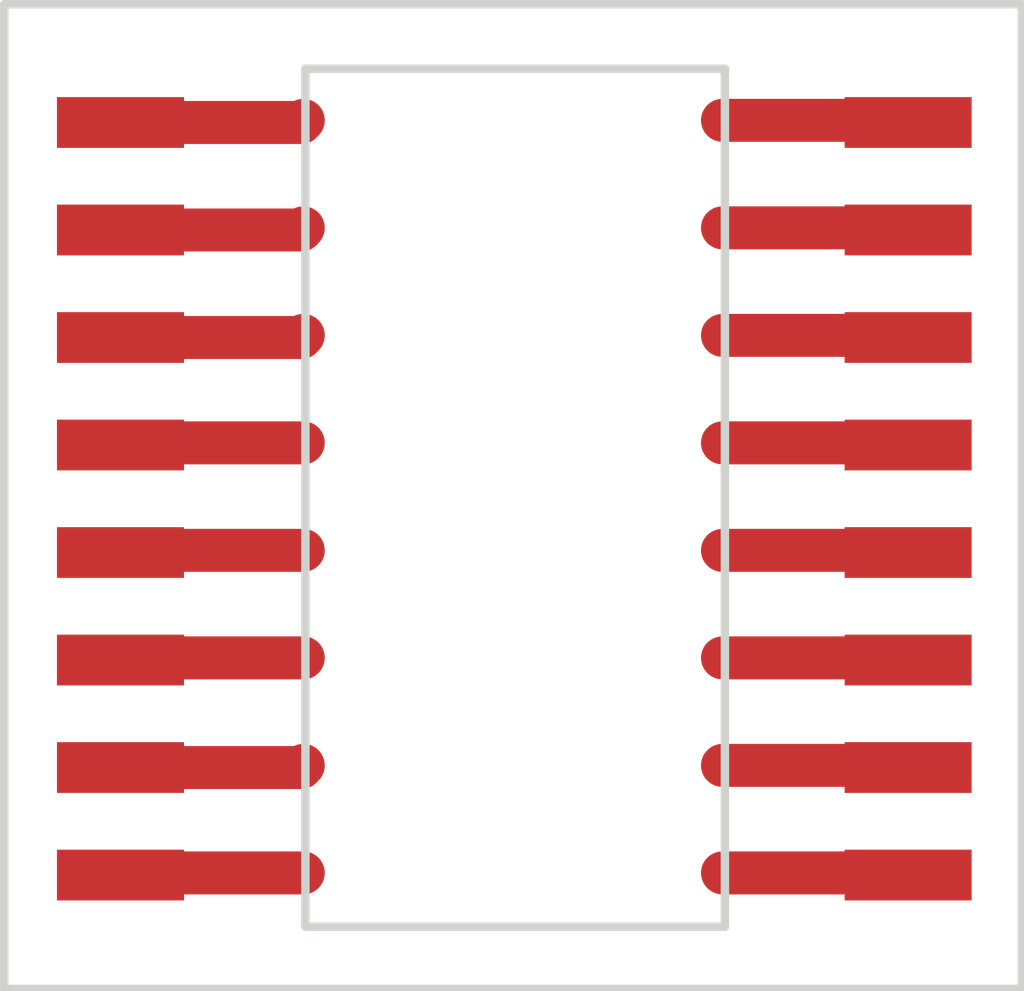
<source format=kicad_pcb>
(kicad_pcb (version 20221018) (generator pcbnew)
  (layers (0 "F.Cu" signal) (31 "B.Cu" signal) (34 "B.Paste" user) (35 "F.Paste" user) (36 "B.SilkS" user "B.Silkscreen") (37 "F.SilkS" user "F.Silkscreen") (38 "B.Mask" user) (39 "F.Mask" user) (44 "Edge.Cuts" user))
  (net 0 "")
  (net 1 "Net-(U1-32KHZ)")
  (net 2 "Net-(U1-VCC)")
  (net 3 "Net-(U1-~{INT}{slash}SQW)")
  (net 4 "Net-(U1-~{RST})")
  (net 5 "Net-(U1-GND)")
  (net 6 "Net-(U1-VBAT)")
  (net 7 "Net-(U1-SDA)")
  (net 8 "Net-(U1-SCL)")
  (footprint "Package_SO:SOIC-16W-12_7.5x10.3mm_P1.27mm" (layer "F.Cu") (at 130.4826 95.25)
    (fp_text reference "U2" hide)
    (fp_text value "DS3232M" hide)
    (pad "1" smd rect (at -4.65 -4.445) (size 1.5 0.6) (layers "F.Cu" "F.Paste" "F.Mask") (net 1 "Net-(U1-32KHZ)"))
    (pad "2" smd rect (at -4.65 -3.175) (size 1.5 0.6) (layers "F.Cu" "F.Paste" "F.Mask") (net 2 "Net-(U1-VCC)"))
    (pad "3" smd rect (at -4.65 -1.905) (size 1.5 0.6) (layers "F.Cu" "F.Paste" "F.Mask") (net 3 "Net-(U1-~{INT}{slash}SQW)"))
    (pad "4" smd rect (at -4.65 -0.635) (size 1.5 0.6) (layers "F.Cu" "F.Paste" "F.Mask"))
    (pad "5" smd rect (at -4.65 0.635) (size 1.5 0.6) (layers "F.Cu" "F.Paste" "F.Mask"))
    (pad "6" smd rect (at -4.65 1.905) (size 1.5 0.6) (layers "F.Cu" "F.Paste" "F.Mask") (net 6 "Net-(U1-VBAT)"))
    (pad "7" smd rect (at -4.65 3.175) (size 1.5 0.6) (layers "F.Cu" "F.Paste" "F.Mask") (net 7 "Net-(U1-SDA)"))
    (pad "8" smd rect (at -4.65 4.445) (size 1.5 0.6) (layers "F.Cu" "F.Paste" "F.Mask") (net 8 "Net-(U1-SCL)"))
    (pad "9" smd rect (at 4.65 4.445) (size 1.5 0.6) (layers "F.Cu" "F.Paste" "F.Mask"))
    (pad "10" smd rect (at 4.65 3.175) (size 1.5 0.6) (layers "F.Cu" "F.Paste" "F.Mask"))
    (pad "11" smd rect (at 4.65 1.905) (size 1.5 0.6) (layers "F.Cu" "F.Paste" "F.Mask"))
    (pad "12" smd rect (at 4.65 0.635) (size 1.5 0.6) (layers "F.Cu" "F.Paste" "F.Mask"))
    (pad "13" smd rect (at 4.65 -0.635) (size 1.5 0.6) (layers "F.Cu" "F.Paste" "F.Mask"))
    (pad "14" smd rect (at 4.65 -1.905) (size 1.5 0.6) (layers "F.Cu" "F.Paste" "F.Mask"))
    (pad "15" smd rect (at 4.65 -3.175) (size 1.5 0.6) (layers "F.Cu" "F.Paste" "F.Mask"))
    (pad "16" smd rect (at 4.65 -4.445) (size 1.5 0.6) (layers "F.Cu" "F.Paste" "F.Mask"))
  )
  (gr_line (start 124.46 89.408) (end 136.4742 89.408) (stroke (width 0.1)) (layer "Edge.Cuts"))
  (gr_line (start 128.016 90.17) (end 132.969 90.17) (stroke (width 0.1)) (layer "Edge.Cuts"))
  (gr_line (start 128.016 100.3046) (end 132.969 100.3046) (stroke (width 0.1)) (layer "Edge.Cuts"))
  (gr_line (start 124.46 89.408) (end 124.46 101.0412) (stroke (width 0.1)) (layer "Edge.Cuts"))
  (gr_line (start 132.969 100.3046) (end 132.969 90.17) (stroke (width 0.1)) (layer "Edge.Cuts"))
  (gr_line (start 136.4742 101.0412) (end 124.46 101.0412) (stroke (width 0.1)) (layer "Edge.Cuts"))
  (gr_line (start 128.016 100.3046) (end 128.016 90.17) (stroke (width 0.1)) (layer "Edge.Cuts"))
  (gr_line (start 136.4742 89.408) (end 136.4742 101.0412) (stroke (width 0.1)) (layer "Edge.Cuts"))
  (segment (start 132.9406 98.3996) (end 135.1072 98.3996) (width 0.508) (layer "F.Cu") (net 0))
  (segment (start 132.9406 99.6696) (end 135.1072 99.6696) (width 0.508) (layer "F.Cu") (net 0))
  (segment (start 132.9406 95.8596) (end 135.1072 95.8596) (width 0.508) (layer "F.Cu") (net 0))
  (segment (start 132.9406 93.3196) (end 135.1072 93.3196) (width 0.508) (layer "F.Cu") (net 0))
  (segment (start 135.1072 93.3196) (end 135.1326 93.345) (width 0.508) (layer "F.Cu") (net 0))
  (segment (start 135.1072 90.7796) (end 135.1326 90.805) (width 0.508) (layer "F.Cu") (net 0))
  (segment (start 132.9406 92.0496) (end 135.1072 92.0496) (width 0.508) (layer "F.Cu") (net 0))
  (segment (start 132.9406 97.1296) (end 135.1072 97.1296) (width 0.508) (layer "F.Cu") (net 0))
  (segment (start 132.9406 94.5896) (end 135.1072 94.5896) (width 0.508) (layer "F.Cu") (net 0))
  (segment (start 135.1072 99.6696) (end 135.1326 99.695) (width 0.508) (layer "F.Cu") (net 0))
  (segment (start 135.1072 95.8596) (end 135.1326 95.885) (width 0.508) (layer "F.Cu") (net 0))
  (segment (start 135.1072 97.1296) (end 135.1326 97.155) (width 0.508) (layer "F.Cu") (net 0))
  (segment (start 135.1072 94.5896) (end 135.1326 94.615) (width 0.508) (layer "F.Cu") (net 0))
  (segment (start 132.9406 90.7796) (end 135.1072 90.7796) (width 0.508) (layer "F.Cu") (net 0))
  (segment (start 135.1072 92.0496) (end 135.1326 92.075) (width 0.508) (layer "F.Cu") (net 0))
  (segment (start 135.1072 98.3996) (end 135.1326 98.425) (width 0.508) (layer "F.Cu") (net 0))
  (segment (start 127.9652 90.805) (end 127.9906 90.7796) (width 0.508) (layer "F.Cu") (net 1))
  (segment (start 125.8326 90.805) (end 127.9652 90.805) (width 0.508) (layer "F.Cu") (net 1))
  (segment (start 127.9652 92.075) (end 127.9906 92.0496) (width 0.508) (layer "F.Cu") (net 2))
  (segment (start 125.8326 92.075) (end 127.9652 92.075) (width 0.508) (layer "F.Cu") (net 2))
  (segment (start 127.9652 93.345) (end 127.9906 93.3196) (width 0.508) (layer "F.Cu") (net 3))
  (segment (start 125.8326 93.345) (end 127.9652 93.345) (width 0.508) (layer "F.Cu") (net 3))
  (segment (start 125.858 94.5896) (end 125.8326 94.615) (width 0.508) (layer "F.Cu") (net 4))
  (segment (start 127.9906 94.5896) (end 125.858 94.5896) (width 0.508) (layer "F.Cu") (net 4))
  (segment (start 127.9906 95.8596) (end 125.858 95.8596) (width 0.508) (layer "F.Cu") (net 5))
  (segment (start 125.858 95.8596) (end 125.8326 95.885) (width 0.508) (layer "F.Cu") (net 5))
  (segment (start 125.858 97.1296) (end 125.8326 97.155) (width 0.508) (layer "F.Cu") (net 6))
  (segment (start 127.9906 97.1296) (end 125.858 97.1296) (width 0.508) (layer "F.Cu") (net 6))
  (segment (start 127.9652 98.425) (end 125.8326 98.425) (width 0.508) (layer "F.Cu") (net 7))
  (segment (start 127.9906 98.3996) (end 127.9652 98.425) (width 0.508) (layer "F.Cu") (net 7))
  (segment (start 127.9906 99.6696) (end 125.858 99.6696) (width 0.508) (layer "F.Cu") (net 8))
  (segment (start 125.858 99.6696) (end 125.8326 99.695) (width 0.508) (layer "F.Cu") (net 8))
)
</source>
